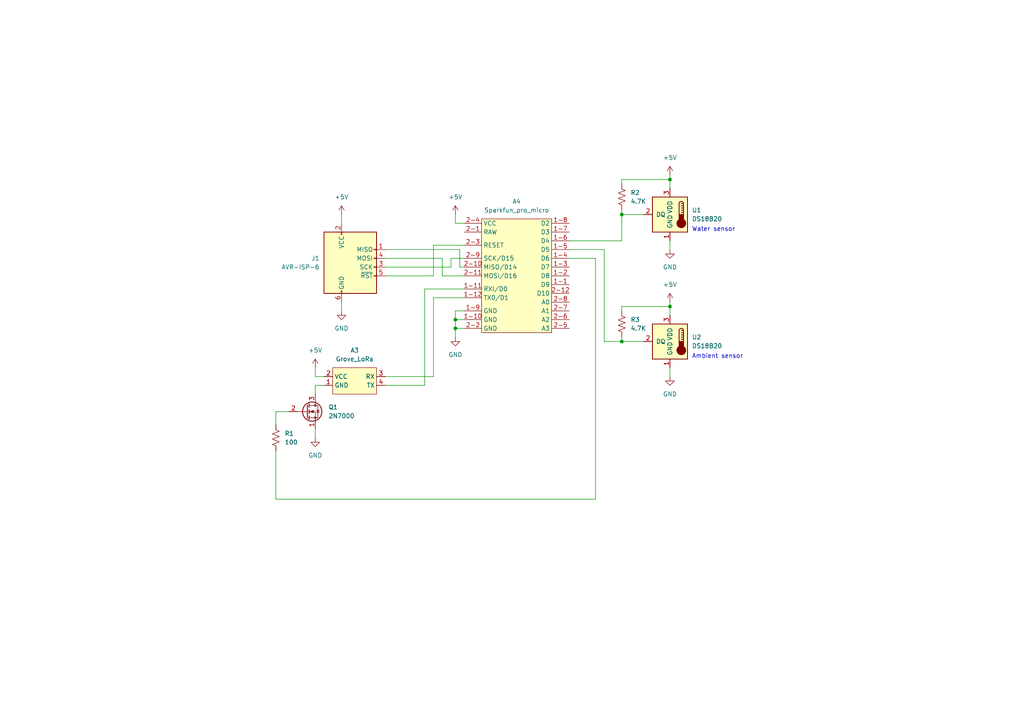
<source format=kicad_sch>
(kicad_sch (version 20211123) (generator eeschema)

  (uuid b734ca2c-2926-4d5b-a0ab-2268ff198a01)

  (paper "A4")

  (lib_symbols
    (symbol "Connector:AVR-ISP-6" (pin_names (offset 1.016)) (in_bom yes) (on_board yes)
      (property "Reference" "J" (id 0) (at -6.35 11.43 0)
        (effects (font (size 1.27 1.27)) (justify left))
      )
      (property "Value" "AVR-ISP-6" (id 1) (at 0 11.43 0)
        (effects (font (size 1.27 1.27)) (justify left))
      )
      (property "Footprint" "" (id 2) (at -6.35 1.27 90)
        (effects (font (size 1.27 1.27)) hide)
      )
      (property "Datasheet" " ~" (id 3) (at -32.385 -13.97 0)
        (effects (font (size 1.27 1.27)) hide)
      )
      (property "ki_keywords" "AVR ISP Connector" (id 4) (at 0 0 0)
        (effects (font (size 1.27 1.27)) hide)
      )
      (property "ki_description" "Atmel 6-pin ISP connector" (id 5) (at 0 0 0)
        (effects (font (size 1.27 1.27)) hide)
      )
      (property "ki_fp_filters" "IDC?Header*2x03* Pin?Header*2x03*" (id 6) (at 0 0 0)
        (effects (font (size 1.27 1.27)) hide)
      )
      (symbol "AVR-ISP-6_0_1"
        (rectangle (start -2.667 -6.858) (end -2.413 -7.62)
          (stroke (width 0) (type default) (color 0 0 0 0))
          (fill (type none))
        )
        (rectangle (start -2.667 10.16) (end -2.413 9.398)
          (stroke (width 0) (type default) (color 0 0 0 0))
          (fill (type none))
        )
        (rectangle (start 7.62 -2.413) (end 6.858 -2.667)
          (stroke (width 0) (type default) (color 0 0 0 0))
          (fill (type none))
        )
        (rectangle (start 7.62 0.127) (end 6.858 -0.127)
          (stroke (width 0) (type default) (color 0 0 0 0))
          (fill (type none))
        )
        (rectangle (start 7.62 2.667) (end 6.858 2.413)
          (stroke (width 0) (type default) (color 0 0 0 0))
          (fill (type none))
        )
        (rectangle (start 7.62 5.207) (end 6.858 4.953)
          (stroke (width 0) (type default) (color 0 0 0 0))
          (fill (type none))
        )
        (rectangle (start 7.62 10.16) (end -7.62 -7.62)
          (stroke (width 0.254) (type default) (color 0 0 0 0))
          (fill (type background))
        )
      )
      (symbol "AVR-ISP-6_1_1"
        (pin passive line (at 10.16 5.08 180) (length 2.54)
          (name "MISO" (effects (font (size 1.27 1.27))))
          (number "1" (effects (font (size 1.27 1.27))))
        )
        (pin passive line (at -2.54 12.7 270) (length 2.54)
          (name "VCC" (effects (font (size 1.27 1.27))))
          (number "2" (effects (font (size 1.27 1.27))))
        )
        (pin passive line (at 10.16 0 180) (length 2.54)
          (name "SCK" (effects (font (size 1.27 1.27))))
          (number "3" (effects (font (size 1.27 1.27))))
        )
        (pin passive line (at 10.16 2.54 180) (length 2.54)
          (name "MOSI" (effects (font (size 1.27 1.27))))
          (number "4" (effects (font (size 1.27 1.27))))
        )
        (pin passive line (at 10.16 -2.54 180) (length 2.54)
          (name "~{RST}" (effects (font (size 1.27 1.27))))
          (number "5" (effects (font (size 1.27 1.27))))
        )
        (pin passive line (at -2.54 -10.16 90) (length 2.54)
          (name "GND" (effects (font (size 1.27 1.27))))
          (number "6" (effects (font (size 1.27 1.27))))
        )
      )
    )
    (symbol "Device:R_US" (pin_numbers hide) (pin_names (offset 0)) (in_bom yes) (on_board yes)
      (property "Reference" "R" (id 0) (at 2.54 0 90)
        (effects (font (size 1.27 1.27)))
      )
      (property "Value" "R_US" (id 1) (at -2.54 0 90)
        (effects (font (size 1.27 1.27)))
      )
      (property "Footprint" "" (id 2) (at 1.016 -0.254 90)
        (effects (font (size 1.27 1.27)) hide)
      )
      (property "Datasheet" "~" (id 3) (at 0 0 0)
        (effects (font (size 1.27 1.27)) hide)
      )
      (property "ki_keywords" "R res resistor" (id 4) (at 0 0 0)
        (effects (font (size 1.27 1.27)) hide)
      )
      (property "ki_description" "Resistor, US symbol" (id 5) (at 0 0 0)
        (effects (font (size 1.27 1.27)) hide)
      )
      (property "ki_fp_filters" "R_*" (id 6) (at 0 0 0)
        (effects (font (size 1.27 1.27)) hide)
      )
      (symbol "R_US_0_1"
        (polyline
          (pts
            (xy 0 -2.286)
            (xy 0 -2.54)
          )
          (stroke (width 0) (type default) (color 0 0 0 0))
          (fill (type none))
        )
        (polyline
          (pts
            (xy 0 2.286)
            (xy 0 2.54)
          )
          (stroke (width 0) (type default) (color 0 0 0 0))
          (fill (type none))
        )
        (polyline
          (pts
            (xy 0 -0.762)
            (xy 1.016 -1.143)
            (xy 0 -1.524)
            (xy -1.016 -1.905)
            (xy 0 -2.286)
          )
          (stroke (width 0) (type default) (color 0 0 0 0))
          (fill (type none))
        )
        (polyline
          (pts
            (xy 0 0.762)
            (xy 1.016 0.381)
            (xy 0 0)
            (xy -1.016 -0.381)
            (xy 0 -0.762)
          )
          (stroke (width 0) (type default) (color 0 0 0 0))
          (fill (type none))
        )
        (polyline
          (pts
            (xy 0 2.286)
            (xy 1.016 1.905)
            (xy 0 1.524)
            (xy -1.016 1.143)
            (xy 0 0.762)
          )
          (stroke (width 0) (type default) (color 0 0 0 0))
          (fill (type none))
        )
      )
      (symbol "R_US_1_1"
        (pin passive line (at 0 3.81 270) (length 1.27)
          (name "~" (effects (font (size 1.27 1.27))))
          (number "1" (effects (font (size 1.27 1.27))))
        )
        (pin passive line (at 0 -3.81 90) (length 1.27)
          (name "~" (effects (font (size 1.27 1.27))))
          (number "2" (effects (font (size 1.27 1.27))))
        )
      )
    )
    (symbol "Sensor_Temperature:DS18B20" (pin_names (offset 1.016)) (in_bom yes) (on_board yes)
      (property "Reference" "U" (id 0) (at -3.81 6.35 0)
        (effects (font (size 1.27 1.27)))
      )
      (property "Value" "DS18B20" (id 1) (at 6.35 6.35 0)
        (effects (font (size 1.27 1.27)))
      )
      (property "Footprint" "Package_TO_SOT_THT:TO-92_Inline" (id 2) (at -25.4 -6.35 0)
        (effects (font (size 1.27 1.27)) hide)
      )
      (property "Datasheet" "http://datasheets.maximintegrated.com/en/ds/DS18B20.pdf" (id 3) (at -3.81 6.35 0)
        (effects (font (size 1.27 1.27)) hide)
      )
      (property "ki_keywords" "OneWire 1Wire Dallas Maxim" (id 4) (at 0 0 0)
        (effects (font (size 1.27 1.27)) hide)
      )
      (property "ki_description" "Programmable Resolution 1-Wire Digital Thermometer TO-92" (id 5) (at 0 0 0)
        (effects (font (size 1.27 1.27)) hide)
      )
      (property "ki_fp_filters" "TO*92*" (id 6) (at 0 0 0)
        (effects (font (size 1.27 1.27)) hide)
      )
      (symbol "DS18B20_0_1"
        (rectangle (start -5.08 5.08) (end 5.08 -5.08)
          (stroke (width 0.254) (type default) (color 0 0 0 0))
          (fill (type background))
        )
        (circle (center -3.302 -2.54) (radius 1.27)
          (stroke (width 0.254) (type default) (color 0 0 0 0))
          (fill (type outline))
        )
        (rectangle (start -2.667 -1.905) (end -3.937 0)
          (stroke (width 0.254) (type default) (color 0 0 0 0))
          (fill (type outline))
        )
        (arc (start -2.667 3.175) (mid -3.302 3.81) (end -3.937 3.175)
          (stroke (width 0.254) (type default) (color 0 0 0 0))
          (fill (type none))
        )
        (polyline
          (pts
            (xy -3.937 0.635)
            (xy -3.302 0.635)
          )
          (stroke (width 0.254) (type default) (color 0 0 0 0))
          (fill (type none))
        )
        (polyline
          (pts
            (xy -3.937 1.27)
            (xy -3.302 1.27)
          )
          (stroke (width 0.254) (type default) (color 0 0 0 0))
          (fill (type none))
        )
        (polyline
          (pts
            (xy -3.937 1.905)
            (xy -3.302 1.905)
          )
          (stroke (width 0.254) (type default) (color 0 0 0 0))
          (fill (type none))
        )
        (polyline
          (pts
            (xy -3.937 2.54)
            (xy -3.302 2.54)
          )
          (stroke (width 0.254) (type default) (color 0 0 0 0))
          (fill (type none))
        )
        (polyline
          (pts
            (xy -3.937 3.175)
            (xy -3.937 0)
          )
          (stroke (width 0.254) (type default) (color 0 0 0 0))
          (fill (type none))
        )
        (polyline
          (pts
            (xy -3.937 3.175)
            (xy -3.302 3.175)
          )
          (stroke (width 0.254) (type default) (color 0 0 0 0))
          (fill (type none))
        )
        (polyline
          (pts
            (xy -2.667 3.175)
            (xy -2.667 0)
          )
          (stroke (width 0.254) (type default) (color 0 0 0 0))
          (fill (type none))
        )
      )
      (symbol "DS18B20_1_1"
        (pin power_in line (at 0 -7.62 90) (length 2.54)
          (name "GND" (effects (font (size 1.27 1.27))))
          (number "1" (effects (font (size 1.27 1.27))))
        )
        (pin bidirectional line (at 7.62 0 180) (length 2.54)
          (name "DQ" (effects (font (size 1.27 1.27))))
          (number "2" (effects (font (size 1.27 1.27))))
        )
        (pin power_in line (at 0 7.62 270) (length 2.54)
          (name "VDD" (effects (font (size 1.27 1.27))))
          (number "3" (effects (font (size 1.27 1.27))))
        )
      )
    )
    (symbol "Transistor_FET:2N7000" (pin_names hide) (in_bom yes) (on_board yes)
      (property "Reference" "Q" (id 0) (at 5.08 1.905 0)
        (effects (font (size 1.27 1.27)) (justify left))
      )
      (property "Value" "2N7000" (id 1) (at 5.08 0 0)
        (effects (font (size 1.27 1.27)) (justify left))
      )
      (property "Footprint" "Package_TO_SOT_THT:TO-92_Inline" (id 2) (at 5.08 -1.905 0)
        (effects (font (size 1.27 1.27) italic) (justify left) hide)
      )
      (property "Datasheet" "https://www.vishay.com/docs/70226/70226.pdf" (id 3) (at 0 0 0)
        (effects (font (size 1.27 1.27)) (justify left) hide)
      )
      (property "ki_keywords" "N-Channel MOSFET Logic-Level" (id 4) (at 0 0 0)
        (effects (font (size 1.27 1.27)) hide)
      )
      (property "ki_description" "0.2A Id, 200V Vds, N-Channel MOSFET, 2.6V Logic Level, TO-92" (id 5) (at 0 0 0)
        (effects (font (size 1.27 1.27)) hide)
      )
      (property "ki_fp_filters" "TO?92*" (id 6) (at 0 0 0)
        (effects (font (size 1.27 1.27)) hide)
      )
      (symbol "2N7000_0_1"
        (polyline
          (pts
            (xy 0.254 0)
            (xy -2.54 0)
          )
          (stroke (width 0) (type default) (color 0 0 0 0))
          (fill (type none))
        )
        (polyline
          (pts
            (xy 0.254 1.905)
            (xy 0.254 -1.905)
          )
          (stroke (width 0.254) (type default) (color 0 0 0 0))
          (fill (type none))
        )
        (polyline
          (pts
            (xy 0.762 -1.27)
            (xy 0.762 -2.286)
          )
          (stroke (width 0.254) (type default) (color 0 0 0 0))
          (fill (type none))
        )
        (polyline
          (pts
            (xy 0.762 0.508)
            (xy 0.762 -0.508)
          )
          (stroke (width 0.254) (type default) (color 0 0 0 0))
          (fill (type none))
        )
        (polyline
          (pts
            (xy 0.762 2.286)
            (xy 0.762 1.27)
          )
          (stroke (width 0.254) (type default) (color 0 0 0 0))
          (fill (type none))
        )
        (polyline
          (pts
            (xy 2.54 2.54)
            (xy 2.54 1.778)
          )
          (stroke (width 0) (type default) (color 0 0 0 0))
          (fill (type none))
        )
        (polyline
          (pts
            (xy 2.54 -2.54)
            (xy 2.54 0)
            (xy 0.762 0)
          )
          (stroke (width 0) (type default) (color 0 0 0 0))
          (fill (type none))
        )
        (polyline
          (pts
            (xy 0.762 -1.778)
            (xy 3.302 -1.778)
            (xy 3.302 1.778)
            (xy 0.762 1.778)
          )
          (stroke (width 0) (type default) (color 0 0 0 0))
          (fill (type none))
        )
        (polyline
          (pts
            (xy 1.016 0)
            (xy 2.032 0.381)
            (xy 2.032 -0.381)
            (xy 1.016 0)
          )
          (stroke (width 0) (type default) (color 0 0 0 0))
          (fill (type outline))
        )
        (polyline
          (pts
            (xy 2.794 0.508)
            (xy 2.921 0.381)
            (xy 3.683 0.381)
            (xy 3.81 0.254)
          )
          (stroke (width 0) (type default) (color 0 0 0 0))
          (fill (type none))
        )
        (polyline
          (pts
            (xy 3.302 0.381)
            (xy 2.921 -0.254)
            (xy 3.683 -0.254)
            (xy 3.302 0.381)
          )
          (stroke (width 0) (type default) (color 0 0 0 0))
          (fill (type none))
        )
        (circle (center 1.651 0) (radius 2.794)
          (stroke (width 0.254) (type default) (color 0 0 0 0))
          (fill (type none))
        )
        (circle (center 2.54 -1.778) (radius 0.254)
          (stroke (width 0) (type default) (color 0 0 0 0))
          (fill (type outline))
        )
        (circle (center 2.54 1.778) (radius 0.254)
          (stroke (width 0) (type default) (color 0 0 0 0))
          (fill (type outline))
        )
      )
      (symbol "2N7000_1_1"
        (pin passive line (at 2.54 -5.08 90) (length 2.54)
          (name "S" (effects (font (size 1.27 1.27))))
          (number "1" (effects (font (size 1.27 1.27))))
        )
        (pin input line (at -5.08 0 0) (length 2.54)
          (name "G" (effects (font (size 1.27 1.27))))
          (number "2" (effects (font (size 1.27 1.27))))
        )
        (pin passive line (at 2.54 5.08 270) (length 2.54)
          (name "D" (effects (font (size 1.27 1.27))))
          (number "3" (effects (font (size 1.27 1.27))))
        )
      )
    )
    (symbol "power:+5V" (power) (pin_names (offset 0)) (in_bom yes) (on_board yes)
      (property "Reference" "#PWR" (id 0) (at 0 -3.81 0)
        (effects (font (size 1.27 1.27)) hide)
      )
      (property "Value" "+5V" (id 1) (at 0 3.556 0)
        (effects (font (size 1.27 1.27)))
      )
      (property "Footprint" "" (id 2) (at 0 0 0)
        (effects (font (size 1.27 1.27)) hide)
      )
      (property "Datasheet" "" (id 3) (at 0 0 0)
        (effects (font (size 1.27 1.27)) hide)
      )
      (property "ki_keywords" "power-flag" (id 4) (at 0 0 0)
        (effects (font (size 1.27 1.27)) hide)
      )
      (property "ki_description" "Power symbol creates a global label with name \"+5V\"" (id 5) (at 0 0 0)
        (effects (font (size 1.27 1.27)) hide)
      )
      (symbol "+5V_0_1"
        (polyline
          (pts
            (xy -0.762 1.27)
            (xy 0 2.54)
          )
          (stroke (width 0) (type default) (color 0 0 0 0))
          (fill (type none))
        )
        (polyline
          (pts
            (xy 0 0)
            (xy 0 2.54)
          )
          (stroke (width 0) (type default) (color 0 0 0 0))
          (fill (type none))
        )
        (polyline
          (pts
            (xy 0 2.54)
            (xy 0.762 1.27)
          )
          (stroke (width 0) (type default) (color 0 0 0 0))
          (fill (type none))
        )
      )
      (symbol "+5V_1_1"
        (pin power_in line (at 0 0 90) (length 0) hide
          (name "+5V" (effects (font (size 1.27 1.27))))
          (number "1" (effects (font (size 1.27 1.27))))
        )
      )
    )
    (symbol "power:GND" (power) (pin_names (offset 0)) (in_bom yes) (on_board yes)
      (property "Reference" "#PWR" (id 0) (at 0 -6.35 0)
        (effects (font (size 1.27 1.27)) hide)
      )
      (property "Value" "GND" (id 1) (at 0 -3.81 0)
        (effects (font (size 1.27 1.27)))
      )
      (property "Footprint" "" (id 2) (at 0 0 0)
        (effects (font (size 1.27 1.27)) hide)
      )
      (property "Datasheet" "" (id 3) (at 0 0 0)
        (effects (font (size 1.27 1.27)) hide)
      )
      (property "ki_keywords" "power-flag" (id 4) (at 0 0 0)
        (effects (font (size 1.27 1.27)) hide)
      )
      (property "ki_description" "Power symbol creates a global label with name \"GND\" , ground" (id 5) (at 0 0 0)
        (effects (font (size 1.27 1.27)) hide)
      )
      (symbol "GND_0_1"
        (polyline
          (pts
            (xy 0 0)
            (xy 0 -1.27)
            (xy 1.27 -1.27)
            (xy 0 -2.54)
            (xy -1.27 -1.27)
            (xy 0 -1.27)
          )
          (stroke (width 0) (type default) (color 0 0 0 0))
          (fill (type none))
        )
      )
      (symbol "GND_1_1"
        (pin power_in line (at 0 0 270) (length 0) hide
          (name "GND" (effects (font (size 1.27 1.27))))
          (number "1" (effects (font (size 1.27 1.27))))
        )
      )
    )
    (symbol "water_temp_sensor:Grove_LoRa" (in_bom yes) (on_board yes)
      (property "Reference" "A" (id 0) (at -5.08 -5.08 0)
        (effects (font (size 1.27 1.27)))
      )
      (property "Value" "Grove_LoRa" (id 1) (at -1.27 5.08 0)
        (effects (font (size 1.27 1.27)))
      )
      (property "Footprint" "" (id 2) (at 1.27 0 0)
        (effects (font (size 1.27 1.27)) hide)
      )
      (property "Datasheet" "" (id 3) (at 1.27 0 0)
        (effects (font (size 1.27 1.27)) hide)
      )
      (symbol "Grove_LoRa_0_1"
        (rectangle (start -6.35 3.81) (end 6.35 -3.81)
          (stroke (width 0) (type default) (color 0 0 0 0))
          (fill (type background))
        )
      )
      (symbol "Grove_LoRa_1_1"
        (pin power_in line (at -8.89 -1.27 0) (length 2.54)
          (name "GND" (effects (font (size 1.27 1.27))))
          (number "1" (effects (font (size 1.27 1.27))))
        )
        (pin power_in line (at -8.89 1.27 0) (length 2.54)
          (name "VCC" (effects (font (size 1.27 1.27))))
          (number "2" (effects (font (size 1.27 1.27))))
        )
        (pin bidirectional line (at 8.89 1.27 180) (length 2.54)
          (name "RX" (effects (font (size 1.27 1.27))))
          (number "3" (effects (font (size 1.27 1.27))))
        )
        (pin bidirectional line (at 8.89 -1.27 180) (length 2.54)
          (name "TX" (effects (font (size 1.27 1.27))))
          (number "4" (effects (font (size 1.27 1.27))))
        )
      )
    )
    (symbol "water_temp_sensor:Sparkfun_pro_micro" (in_bom yes) (on_board yes)
      (property "Reference" "A" (id 0) (at -6.35 -17.78 0)
        (effects (font (size 1.27 1.27)))
      )
      (property "Value" "Sparkfun_pro_micro" (id 1) (at 1.27 17.78 0)
        (effects (font (size 1.27 1.27)))
      )
      (property "Footprint" "" (id 2) (at 0 13.97 0)
        (effects (font (size 1.27 1.27)) hide)
      )
      (property "Datasheet" "" (id 3) (at 0 13.97 0)
        (effects (font (size 1.27 1.27)) hide)
      )
      (symbol "Sparkfun_pro_micro_0_1"
        (rectangle (start -10.16 16.51) (end 10.16 -16.51)
          (stroke (width 0) (type default) (color 0 0 0 0))
          (fill (type background))
        )
      )
      (symbol "Sparkfun_pro_micro_1_1"
        (pin bidirectional line (at 15.24 -2.54 180) (length 5.08)
          (name "D9" (effects (font (size 1.27 1.27))))
          (number "1-1" (effects (font (size 1.27 1.27))))
        )
        (pin power_in line (at -15.24 -12.7 0) (length 5.08)
          (name "GND" (effects (font (size 1.27 1.27))))
          (number "1-10" (effects (font (size 1.27 1.27))))
        )
        (pin bidirectional line (at -15.24 -3.81 0) (length 5.08)
          (name "RXI/D0" (effects (font (size 1.27 1.27))))
          (number "1-11" (effects (font (size 1.27 1.27))))
        )
        (pin bidirectional line (at -15.24 -6.35 0) (length 5.08)
          (name "TX0/D1" (effects (font (size 1.27 1.27))))
          (number "1-12" (effects (font (size 1.27 1.27))))
        )
        (pin bidirectional line (at 15.24 0 180) (length 5.08)
          (name "D8" (effects (font (size 1.27 1.27))))
          (number "1-2" (effects (font (size 1.27 1.27))))
        )
        (pin bidirectional line (at 15.24 2.54 180) (length 5.08)
          (name "D7" (effects (font (size 1.27 1.27))))
          (number "1-3" (effects (font (size 1.27 1.27))))
        )
        (pin bidirectional line (at 15.24 5.08 180) (length 5.08)
          (name "D6" (effects (font (size 1.27 1.27))))
          (number "1-4" (effects (font (size 1.27 1.27))))
        )
        (pin bidirectional line (at 15.24 7.62 180) (length 5.08)
          (name "D5" (effects (font (size 1.27 1.27))))
          (number "1-5" (effects (font (size 1.27 1.27))))
        )
        (pin bidirectional line (at 15.24 10.16 180) (length 5.08)
          (name "D4" (effects (font (size 1.27 1.27))))
          (number "1-6" (effects (font (size 1.27 1.27))))
        )
        (pin bidirectional line (at 15.24 12.7 180) (length 5.08)
          (name "D3" (effects (font (size 1.27 1.27))))
          (number "1-7" (effects (font (size 1.27 1.27))))
        )
        (pin bidirectional line (at 15.24 15.24 180) (length 5.08)
          (name "D2" (effects (font (size 1.27 1.27))))
          (number "1-8" (effects (font (size 1.27 1.27))))
        )
        (pin power_in line (at -15.24 -10.16 0) (length 5.08)
          (name "GND" (effects (font (size 1.27 1.27))))
          (number "1-9" (effects (font (size 1.27 1.27))))
        )
        (pin power_in line (at -15.24 12.7 0) (length 5.08)
          (name "RAW" (effects (font (size 1.27 1.27))))
          (number "2-1" (effects (font (size 1.27 1.27))))
        )
        (pin bidirectional line (at -15.24 2.54 0) (length 5.08)
          (name "MISO/D14" (effects (font (size 1.27 1.27))))
          (number "2-10" (effects (font (size 1.27 1.27))))
        )
        (pin bidirectional line (at -15.24 0 0) (length 5.08)
          (name "MOSI/D16" (effects (font (size 1.27 1.27))))
          (number "2-11" (effects (font (size 1.27 1.27))))
        )
        (pin bidirectional line (at 15.24 -5.08 180) (length 5.08)
          (name "D10" (effects (font (size 1.27 1.27))))
          (number "2-12" (effects (font (size 1.27 1.27))))
        )
        (pin power_in line (at -15.24 -15.24 0) (length 5.08)
          (name "GND" (effects (font (size 1.27 1.27))))
          (number "2-2" (effects (font (size 1.27 1.27))))
        )
        (pin bidirectional line (at -15.24 8.89 0) (length 5.08)
          (name "RESET" (effects (font (size 1.27 1.27))))
          (number "2-3" (effects (font (size 1.27 1.27))))
        )
        (pin power_in line (at -15.24 15.24 0) (length 5.08)
          (name "VCC" (effects (font (size 1.27 1.27))))
          (number "2-4" (effects (font (size 1.27 1.27))))
        )
        (pin bidirectional line (at 15.24 -15.24 180) (length 5.08)
          (name "A3" (effects (font (size 1.27 1.27))))
          (number "2-5" (effects (font (size 1.27 1.27))))
        )
        (pin bidirectional line (at 15.24 -12.7 180) (length 5.08)
          (name "A2" (effects (font (size 1.27 1.27))))
          (number "2-6" (effects (font (size 1.27 1.27))))
        )
        (pin bidirectional line (at 15.24 -10.16 180) (length 5.08)
          (name "A1" (effects (font (size 1.27 1.27))))
          (number "2-7" (effects (font (size 1.27 1.27))))
        )
        (pin bidirectional line (at 15.24 -7.62 180) (length 5.08)
          (name "A0" (effects (font (size 1.27 1.27))))
          (number "2-8" (effects (font (size 1.27 1.27))))
        )
        (pin bidirectional line (at -15.24 5.08 0) (length 5.08)
          (name "SCK/D15" (effects (font (size 1.27 1.27))))
          (number "2-9" (effects (font (size 1.27 1.27))))
        )
      )
    )
  )

  (junction (at 194.31 88.9) (diameter 0) (color 0 0 0 0)
    (uuid 28474efb-421c-40fa-946f-a1c5b989af5a)
  )
  (junction (at 194.31 52.07) (diameter 0) (color 0 0 0 0)
    (uuid 3a15e9f1-1425-47be-9ed0-1058ed674607)
  )
  (junction (at 180.34 62.23) (diameter 0) (color 0 0 0 0)
    (uuid 408c700a-b331-4920-9131-1d5953a73d5a)
  )
  (junction (at 180.34 99.06) (diameter 0) (color 0 0 0 0)
    (uuid 59140d77-4f98-41d1-8622-66b0322937e4)
  )
  (junction (at 132.08 95.25) (diameter 0) (color 0 0 0 0)
    (uuid 5fbb377a-c3f1-4a32-9a99-31f4f18cee41)
  )
  (junction (at 132.08 92.71) (diameter 0) (color 0 0 0 0)
    (uuid 82514ed0-16ef-4af0-82c7-6d677d42e3cd)
  )

  (wire (pts (xy 123.19 83.82) (xy 134.62 83.82))
    (stroke (width 0) (type default) (color 0 0 0 0))
    (uuid 03693b84-b647-4b36-8c25-dc0e02e7f27f)
  )
  (wire (pts (xy 128.27 80.01) (xy 134.62 80.01))
    (stroke (width 0) (type default) (color 0 0 0 0))
    (uuid 0d6017c0-820e-4493-ad68-10c3e8d67547)
  )
  (wire (pts (xy 132.08 95.25) (xy 134.62 95.25))
    (stroke (width 0) (type default) (color 0 0 0 0))
    (uuid 10a4b2a4-9fc0-425f-bbc2-eb1c85d54731)
  )
  (wire (pts (xy 93.98 111.76) (xy 91.44 111.76))
    (stroke (width 0) (type default) (color 0 0 0 0))
    (uuid 1d557c0f-4057-47cf-8244-5e0f17578ded)
  )
  (wire (pts (xy 91.44 124.46) (xy 91.44 127))
    (stroke (width 0) (type default) (color 0 0 0 0))
    (uuid 1e8e9c1c-a18a-49a7-82b6-535e35f4780b)
  )
  (wire (pts (xy 194.31 52.07) (xy 194.31 54.61))
    (stroke (width 0) (type default) (color 0 0 0 0))
    (uuid 1faf2ef7-1112-420a-9af8-380cf90f2822)
  )
  (wire (pts (xy 180.34 99.06) (xy 186.69 99.06))
    (stroke (width 0) (type default) (color 0 0 0 0))
    (uuid 22adc45c-1e0d-41f5-aaf9-bf45ab2f9029)
  )
  (wire (pts (xy 132.08 62.23) (xy 132.08 64.77))
    (stroke (width 0) (type default) (color 0 0 0 0))
    (uuid 26c38f37-57fd-4050-93a9-f2270154b3dd)
  )
  (wire (pts (xy 125.73 86.36) (xy 134.62 86.36))
    (stroke (width 0) (type default) (color 0 0 0 0))
    (uuid 2a2bb05e-836d-49f3-bafd-9631784c1d3c)
  )
  (wire (pts (xy 165.1 69.85) (xy 180.34 69.85))
    (stroke (width 0) (type default) (color 0 0 0 0))
    (uuid 2b7cb10f-a7c1-4eed-9ad8-01e00138bfcc)
  )
  (wire (pts (xy 99.06 87.63) (xy 99.06 90.17))
    (stroke (width 0) (type default) (color 0 0 0 0))
    (uuid 2cce9624-800b-469c-a9b1-3ea004a37ff2)
  )
  (wire (pts (xy 111.76 72.39) (xy 133.35 72.39))
    (stroke (width 0) (type default) (color 0 0 0 0))
    (uuid 301d689e-243f-45d1-ab77-8e286eb7390a)
  )
  (wire (pts (xy 194.31 106.68) (xy 194.31 109.22))
    (stroke (width 0) (type default) (color 0 0 0 0))
    (uuid 30b050f3-b1ed-4633-85c7-3e580335d080)
  )
  (wire (pts (xy 132.08 64.77) (xy 134.62 64.77))
    (stroke (width 0) (type default) (color 0 0 0 0))
    (uuid 363bc0af-3d62-4af5-8d9c-23f79e9b07db)
  )
  (wire (pts (xy 180.34 62.23) (xy 180.34 69.85))
    (stroke (width 0) (type default) (color 0 0 0 0))
    (uuid 3fc1bafc-8308-4399-9e72-e4f95690bcf7)
  )
  (wire (pts (xy 194.31 87.63) (xy 194.31 88.9))
    (stroke (width 0) (type default) (color 0 0 0 0))
    (uuid 3feed786-c24d-4337-9eb8-d8e8049a4f0f)
  )
  (wire (pts (xy 133.35 72.39) (xy 133.35 77.47))
    (stroke (width 0) (type default) (color 0 0 0 0))
    (uuid 414ce15b-b1b9-4818-b810-5270bb29ad81)
  )
  (wire (pts (xy 111.76 74.93) (xy 128.27 74.93))
    (stroke (width 0) (type default) (color 0 0 0 0))
    (uuid 441b7327-f8b9-4324-ac0d-09b7df036e98)
  )
  (wire (pts (xy 180.34 90.17) (xy 180.34 88.9))
    (stroke (width 0) (type default) (color 0 0 0 0))
    (uuid 462e3f9d-4d99-48f9-9a21-0e867e9d34f7)
  )
  (wire (pts (xy 111.76 109.22) (xy 125.73 109.22))
    (stroke (width 0) (type default) (color 0 0 0 0))
    (uuid 46ad8e47-d615-40c3-bc42-23eb7f7e01c3)
  )
  (wire (pts (xy 194.31 69.85) (xy 194.31 72.39))
    (stroke (width 0) (type default) (color 0 0 0 0))
    (uuid 46b83bcd-4ffe-4ea3-a21d-747a7ef6c728)
  )
  (wire (pts (xy 125.73 80.01) (xy 125.73 71.12))
    (stroke (width 0) (type default) (color 0 0 0 0))
    (uuid 4c0dc03e-1cce-4a90-9508-f34229c311e1)
  )
  (wire (pts (xy 128.27 74.93) (xy 128.27 80.01))
    (stroke (width 0) (type default) (color 0 0 0 0))
    (uuid 4d279992-88c1-45a2-948f-e60af698ee35)
  )
  (wire (pts (xy 111.76 80.01) (xy 125.73 80.01))
    (stroke (width 0) (type default) (color 0 0 0 0))
    (uuid 5520b4ba-4b88-4543-bb36-27b70e52126a)
  )
  (wire (pts (xy 80.01 144.78) (xy 172.72 144.78))
    (stroke (width 0) (type default) (color 0 0 0 0))
    (uuid 56566c03-4f9b-491b-bd86-29c5efb1d295)
  )
  (wire (pts (xy 123.19 111.76) (xy 111.76 111.76))
    (stroke (width 0) (type default) (color 0 0 0 0))
    (uuid 5a139943-c1ac-40f2-b428-faa0f9862150)
  )
  (wire (pts (xy 80.01 130.81) (xy 80.01 144.78))
    (stroke (width 0) (type default) (color 0 0 0 0))
    (uuid 5b9c4936-3ab2-49c5-80f3-8ee12d628412)
  )
  (wire (pts (xy 175.26 72.39) (xy 175.26 99.06))
    (stroke (width 0) (type default) (color 0 0 0 0))
    (uuid 5d9d13b6-0215-41a6-bb4f-a4d6d43e065a)
  )
  (wire (pts (xy 180.34 62.23) (xy 186.69 62.23))
    (stroke (width 0) (type default) (color 0 0 0 0))
    (uuid 62ad7384-96f3-40de-b0e9-8041c4e98a58)
  )
  (wire (pts (xy 180.34 97.79) (xy 180.34 99.06))
    (stroke (width 0) (type default) (color 0 0 0 0))
    (uuid 630ca985-75e8-46d9-84e5-4ed50ea4a98d)
  )
  (wire (pts (xy 180.34 52.07) (xy 194.31 52.07))
    (stroke (width 0) (type default) (color 0 0 0 0))
    (uuid 684d13f4-bb05-4338-a68c-2ba1ac37033f)
  )
  (wire (pts (xy 194.31 50.8) (xy 194.31 52.07))
    (stroke (width 0) (type default) (color 0 0 0 0))
    (uuid 6b9bc51e-0b5c-44b2-bc08-329af6be71aa)
  )
  (wire (pts (xy 80.01 123.19) (xy 80.01 119.38))
    (stroke (width 0) (type default) (color 0 0 0 0))
    (uuid 730a3081-67b7-4bba-b603-c1a000358a03)
  )
  (wire (pts (xy 111.76 77.47) (xy 130.81 77.47))
    (stroke (width 0) (type default) (color 0 0 0 0))
    (uuid 73334e01-ab00-427d-9f9b-62de23d8218d)
  )
  (wire (pts (xy 91.44 111.76) (xy 91.44 114.3))
    (stroke (width 0) (type default) (color 0 0 0 0))
    (uuid 74807d60-038f-40d0-84ba-59a850bf53ee)
  )
  (wire (pts (xy 180.34 88.9) (xy 194.31 88.9))
    (stroke (width 0) (type default) (color 0 0 0 0))
    (uuid 7aa2d436-560d-45d1-9a17-1c186e8dbe20)
  )
  (wire (pts (xy 125.73 71.12) (xy 134.62 71.12))
    (stroke (width 0) (type default) (color 0 0 0 0))
    (uuid 7bd8a7dd-d9ab-445b-9984-dd6094eafd3e)
  )
  (wire (pts (xy 123.19 83.82) (xy 123.19 111.76))
    (stroke (width 0) (type default) (color 0 0 0 0))
    (uuid 7f9c2025-919b-4bcf-812f-452261ee3270)
  )
  (wire (pts (xy 132.08 92.71) (xy 132.08 95.25))
    (stroke (width 0) (type default) (color 0 0 0 0))
    (uuid 821a40ff-8595-4a88-b1b4-fc02d765ae3a)
  )
  (wire (pts (xy 91.44 106.68) (xy 91.44 109.22))
    (stroke (width 0) (type default) (color 0 0 0 0))
    (uuid 8a1c3f61-da5b-408b-a5e9-c8dc985a0961)
  )
  (wire (pts (xy 172.72 74.93) (xy 165.1 74.93))
    (stroke (width 0) (type default) (color 0 0 0 0))
    (uuid 8b4acc5f-169c-4449-8025-46a4ba90738f)
  )
  (wire (pts (xy 194.31 88.9) (xy 194.31 91.44))
    (stroke (width 0) (type default) (color 0 0 0 0))
    (uuid 9664faee-dea9-430e-94df-ea6fe634c2e8)
  )
  (wire (pts (xy 130.81 74.93) (xy 130.81 77.47))
    (stroke (width 0) (type default) (color 0 0 0 0))
    (uuid 9a31f0be-df62-4208-a7af-fec6830cd896)
  )
  (wire (pts (xy 132.08 90.17) (xy 132.08 92.71))
    (stroke (width 0) (type default) (color 0 0 0 0))
    (uuid 9e7fee19-cfe1-4357-bf70-ebdbae60a61d)
  )
  (wire (pts (xy 99.06 62.23) (xy 99.06 64.77))
    (stroke (width 0) (type default) (color 0 0 0 0))
    (uuid b432088d-018b-465c-94de-4d8bbc9d275e)
  )
  (wire (pts (xy 180.34 60.96) (xy 180.34 62.23))
    (stroke (width 0) (type default) (color 0 0 0 0))
    (uuid b81b8ec8-38ec-4a7a-b0c2-d7e96a174b4b)
  )
  (wire (pts (xy 132.08 90.17) (xy 134.62 90.17))
    (stroke (width 0) (type default) (color 0 0 0 0))
    (uuid bc80cd96-b21e-4286-9e90-0bb3637842d1)
  )
  (wire (pts (xy 175.26 99.06) (xy 180.34 99.06))
    (stroke (width 0) (type default) (color 0 0 0 0))
    (uuid d179e89b-47e3-4077-b6e7-8bc3ab30a883)
  )
  (wire (pts (xy 130.81 74.93) (xy 134.62 74.93))
    (stroke (width 0) (type default) (color 0 0 0 0))
    (uuid d2ece79e-d861-44c2-b4af-cd228d192968)
  )
  (wire (pts (xy 80.01 119.38) (xy 83.82 119.38))
    (stroke (width 0) (type default) (color 0 0 0 0))
    (uuid dc3034b2-b1a8-405f-be61-77d91a986acc)
  )
  (wire (pts (xy 165.1 72.39) (xy 175.26 72.39))
    (stroke (width 0) (type default) (color 0 0 0 0))
    (uuid e051d0d7-40d9-4c78-ac0e-f08baf37bfb4)
  )
  (wire (pts (xy 132.08 95.25) (xy 132.08 97.79))
    (stroke (width 0) (type default) (color 0 0 0 0))
    (uuid e2cfbf02-e178-4124-903f-79024419f127)
  )
  (wire (pts (xy 91.44 109.22) (xy 93.98 109.22))
    (stroke (width 0) (type default) (color 0 0 0 0))
    (uuid e2f68fd3-e881-45c5-a628-3c2f4c7bd129)
  )
  (wire (pts (xy 180.34 53.34) (xy 180.34 52.07))
    (stroke (width 0) (type default) (color 0 0 0 0))
    (uuid e4dec8fa-5aaa-41c4-b921-a0b9099a5d18)
  )
  (wire (pts (xy 132.08 92.71) (xy 134.62 92.71))
    (stroke (width 0) (type default) (color 0 0 0 0))
    (uuid e88c2873-c209-4053-b569-92391e7ad1ca)
  )
  (wire (pts (xy 133.35 77.47) (xy 134.62 77.47))
    (stroke (width 0) (type default) (color 0 0 0 0))
    (uuid f6e7b8b8-734b-48dc-a317-6e8fe2ff97ef)
  )
  (wire (pts (xy 172.72 144.78) (xy 172.72 74.93))
    (stroke (width 0) (type default) (color 0 0 0 0))
    (uuid f7ec9dd4-858d-4e73-b2e4-088a5235b619)
  )
  (wire (pts (xy 125.73 109.22) (xy 125.73 86.36))
    (stroke (width 0) (type default) (color 0 0 0 0))
    (uuid f91777c2-7413-49b5-a4de-da7dff3d9e5a)
  )

  (text "Water sensor" (at 200.66 67.31 0)
    (effects (font (size 1.27 1.27)) (justify left bottom))
    (uuid 41103eb4-c028-4baf-b5aa-13d8b5ed19e7)
  )
  (text "Ambient sensor" (at 200.66 104.14 0)
    (effects (font (size 1.27 1.27)) (justify left bottom))
    (uuid ad95cbc5-0fc3-40b3-96c2-311335ee1695)
  )

  (symbol (lib_id "Device:R_US") (at 180.34 57.15 0) (unit 1)
    (in_bom yes) (on_board yes) (fields_autoplaced)
    (uuid 0d577f38-871c-488b-8bf3-af11f1a005b9)
    (property "Reference" "R2" (id 0) (at 182.88 55.8799 0)
      (effects (font (size 1.27 1.27)) (justify left))
    )
    (property "Value" "4.7K" (id 1) (at 182.88 58.4199 0)
      (effects (font (size 1.27 1.27)) (justify left))
    )
    (property "Footprint" "" (id 2) (at 181.356 57.404 90)
      (effects (font (size 1.27 1.27)) hide)
    )
    (property "Datasheet" "~" (id 3) (at 180.34 57.15 0)
      (effects (font (size 1.27 1.27)) hide)
    )
    (pin "1" (uuid 9413d091-1a90-4bcd-8e2a-a8ce09685adf))
    (pin "2" (uuid 1abf47aa-4783-4a23-89f6-02bf1cabe39e))
  )

  (symbol (lib_id "power:GND") (at 194.31 72.39 0) (unit 1)
    (in_bom yes) (on_board yes) (fields_autoplaced)
    (uuid 0ecba259-90be-4775-b881-c25ccd7935ee)
    (property "Reference" "#PWR012" (id 0) (at 194.31 78.74 0)
      (effects (font (size 1.27 1.27)) hide)
    )
    (property "Value" "GND" (id 1) (at 194.31 77.47 0))
    (property "Footprint" "" (id 2) (at 194.31 72.39 0)
      (effects (font (size 1.27 1.27)) hide)
    )
    (property "Datasheet" "" (id 3) (at 194.31 72.39 0)
      (effects (font (size 1.27 1.27)) hide)
    )
    (pin "1" (uuid a746b723-75c0-40fb-8464-9042b8de0f76))
  )

  (symbol (lib_id "Device:R_US") (at 180.34 93.98 0) (unit 1)
    (in_bom yes) (on_board yes) (fields_autoplaced)
    (uuid 1233497a-8a41-4552-888b-2341f8c808fe)
    (property "Reference" "R3" (id 0) (at 182.88 92.7099 0)
      (effects (font (size 1.27 1.27)) (justify left))
    )
    (property "Value" "4.7K" (id 1) (at 182.88 95.2499 0)
      (effects (font (size 1.27 1.27)) (justify left))
    )
    (property "Footprint" "" (id 2) (at 181.356 94.234 90)
      (effects (font (size 1.27 1.27)) hide)
    )
    (property "Datasheet" "~" (id 3) (at 180.34 93.98 0)
      (effects (font (size 1.27 1.27)) hide)
    )
    (pin "1" (uuid c3c948ed-0267-42f1-8f42-ca1578b28ca5))
    (pin "2" (uuid f47d4fcb-eff1-4c6c-9dfe-109981928e60))
  )

  (symbol (lib_id "power:+5V") (at 91.44 106.68 0) (unit 1)
    (in_bom yes) (on_board yes) (fields_autoplaced)
    (uuid 1a1373e5-0444-45a9-af6d-285d5af7c039)
    (property "Reference" "#PWR05" (id 0) (at 91.44 110.49 0)
      (effects (font (size 1.27 1.27)) hide)
    )
    (property "Value" "+5V" (id 1) (at 91.44 101.6 0))
    (property "Footprint" "" (id 2) (at 91.44 106.68 0)
      (effects (font (size 1.27 1.27)) hide)
    )
    (property "Datasheet" "" (id 3) (at 91.44 106.68 0)
      (effects (font (size 1.27 1.27)) hide)
    )
    (pin "1" (uuid 4a27a792-7931-4ca4-9d97-219f5037a26c))
  )

  (symbol (lib_id "power:+5V") (at 132.08 62.23 0) (unit 1)
    (in_bom yes) (on_board yes) (fields_autoplaced)
    (uuid 229bcdd6-d247-435c-93ad-7a6eb4b85c09)
    (property "Reference" "#PWR09" (id 0) (at 132.08 66.04 0)
      (effects (font (size 1.27 1.27)) hide)
    )
    (property "Value" "+5V" (id 1) (at 132.08 57.15 0))
    (property "Footprint" "" (id 2) (at 132.08 62.23 0)
      (effects (font (size 1.27 1.27)) hide)
    )
    (property "Datasheet" "" (id 3) (at 132.08 62.23 0)
      (effects (font (size 1.27 1.27)) hide)
    )
    (pin "1" (uuid f76b3523-7d8b-4b0b-9512-65ce28d35338))
  )

  (symbol (lib_id "power:GND") (at 91.44 127 0) (unit 1)
    (in_bom yes) (on_board yes) (fields_autoplaced)
    (uuid 31cdad12-7dd8-43e4-b6af-d248905f3fb8)
    (property "Reference" "#PWR06" (id 0) (at 91.44 133.35 0)
      (effects (font (size 1.27 1.27)) hide)
    )
    (property "Value" "GND" (id 1) (at 91.44 132.08 0))
    (property "Footprint" "" (id 2) (at 91.44 127 0)
      (effects (font (size 1.27 1.27)) hide)
    )
    (property "Datasheet" "" (id 3) (at 91.44 127 0)
      (effects (font (size 1.27 1.27)) hide)
    )
    (pin "1" (uuid 6edeb9c5-2999-4ac6-9c35-cca6086ee36f))
  )

  (symbol (lib_id "water_temp_sensor:Grove_LoRa") (at 102.87 110.49 0) (unit 1)
    (in_bom yes) (on_board yes) (fields_autoplaced)
    (uuid 40ab9cac-c73d-4996-a5f8-89d5f59447d5)
    (property "Reference" "A3" (id 0) (at 102.87 101.6 0))
    (property "Value" "Grove_LoRa" (id 1) (at 102.87 104.14 0))
    (property "Footprint" "" (id 2) (at 104.14 110.49 0)
      (effects (font (size 1.27 1.27)) hide)
    )
    (property "Datasheet" "" (id 3) (at 104.14 110.49 0)
      (effects (font (size 1.27 1.27)) hide)
    )
    (pin "1" (uuid 0522b7a1-877c-4f3d-816d-1c831cac35bf))
    (pin "2" (uuid 47e90349-25c9-4d0f-bcb0-d938d8a12588))
    (pin "3" (uuid 46e1ceeb-07cd-4694-a6fc-e6b74fac2326))
    (pin "4" (uuid f133964d-0611-4938-956d-b91b36046c2c))
  )

  (symbol (lib_id "power:+5V") (at 99.06 62.23 0) (unit 1)
    (in_bom yes) (on_board yes) (fields_autoplaced)
    (uuid 5b59e178-c934-4255-9a98-e3e5c7f9aed3)
    (property "Reference" "#PWR07" (id 0) (at 99.06 66.04 0)
      (effects (font (size 1.27 1.27)) hide)
    )
    (property "Value" "+5V" (id 1) (at 99.06 57.15 0))
    (property "Footprint" "" (id 2) (at 99.06 62.23 0)
      (effects (font (size 1.27 1.27)) hide)
    )
    (property "Datasheet" "" (id 3) (at 99.06 62.23 0)
      (effects (font (size 1.27 1.27)) hide)
    )
    (pin "1" (uuid 53db3ca6-572f-4d7c-8ec2-acfb3a8a1dbd))
  )

  (symbol (lib_id "power:GND") (at 194.31 109.22 0) (unit 1)
    (in_bom yes) (on_board yes) (fields_autoplaced)
    (uuid 5e7d944a-0f15-4254-bbd3-1a697bc0ce8d)
    (property "Reference" "#PWR014" (id 0) (at 194.31 115.57 0)
      (effects (font (size 1.27 1.27)) hide)
    )
    (property "Value" "GND" (id 1) (at 194.31 114.3 0))
    (property "Footprint" "" (id 2) (at 194.31 109.22 0)
      (effects (font (size 1.27 1.27)) hide)
    )
    (property "Datasheet" "" (id 3) (at 194.31 109.22 0)
      (effects (font (size 1.27 1.27)) hide)
    )
    (pin "1" (uuid 6dbc5006-cc92-41c1-87a4-255bb87a7365))
  )

  (symbol (lib_id "power:+5V") (at 194.31 87.63 0) (unit 1)
    (in_bom yes) (on_board yes)
    (uuid 66d2e667-a69e-4254-b36a-cf9bb66f3b53)
    (property "Reference" "#PWR013" (id 0) (at 194.31 91.44 0)
      (effects (font (size 1.27 1.27)) hide)
    )
    (property "Value" "+5V" (id 1) (at 194.31 82.55 0))
    (property "Footprint" "" (id 2) (at 194.31 87.63 0)
      (effects (font (size 1.27 1.27)) hide)
    )
    (property "Datasheet" "" (id 3) (at 194.31 87.63 0)
      (effects (font (size 1.27 1.27)) hide)
    )
    (pin "1" (uuid 16874444-7ad3-4d29-8eb0-ab8c620ef1d5))
  )

  (symbol (lib_id "Device:R_US") (at 80.01 127 0) (unit 1)
    (in_bom yes) (on_board yes) (fields_autoplaced)
    (uuid 6b05ce80-4596-4d1a-a522-cdc9dbb63363)
    (property "Reference" "R1" (id 0) (at 82.55 125.7299 0)
      (effects (font (size 1.27 1.27)) (justify left))
    )
    (property "Value" "100" (id 1) (at 82.55 128.2699 0)
      (effects (font (size 1.27 1.27)) (justify left))
    )
    (property "Footprint" "" (id 2) (at 81.026 127.254 90)
      (effects (font (size 1.27 1.27)) hide)
    )
    (property "Datasheet" "~" (id 3) (at 80.01 127 0)
      (effects (font (size 1.27 1.27)) hide)
    )
    (pin "1" (uuid d7158891-abab-412c-91d3-a0efbcdb8339))
    (pin "2" (uuid 42abe27b-edc3-4545-ac64-a98b90a464b7))
  )

  (symbol (lib_id "Transistor_FET:2N7000") (at 88.9 119.38 0) (unit 1)
    (in_bom yes) (on_board yes) (fields_autoplaced)
    (uuid 730418a0-a956-4ff6-9076-a1497bf0bb59)
    (property "Reference" "Q1" (id 0) (at 95.25 118.1099 0)
      (effects (font (size 1.27 1.27)) (justify left))
    )
    (property "Value" "2N7000" (id 1) (at 95.25 120.6499 0)
      (effects (font (size 1.27 1.27)) (justify left))
    )
    (property "Footprint" "Package_TO_SOT_THT:TO-92_Inline" (id 2) (at 93.98 121.285 0)
      (effects (font (size 1.27 1.27) italic) (justify left) hide)
    )
    (property "Datasheet" "https://www.vishay.com/docs/70226/70226.pdf" (id 3) (at 88.9 119.38 0)
      (effects (font (size 1.27 1.27)) (justify left) hide)
    )
    (pin "1" (uuid c61cda35-c53a-49d0-a39b-10970f73bb93))
    (pin "2" (uuid 594664ab-1a09-404b-b709-5aecacadf9c9))
    (pin "3" (uuid 58e76a6e-5eba-44eb-8816-9e28d4ef1370))
  )

  (symbol (lib_id "power:GND") (at 132.08 97.79 0) (unit 1)
    (in_bom yes) (on_board yes) (fields_autoplaced)
    (uuid 7aa39e21-f771-4ee5-9574-5b96f92dab4a)
    (property "Reference" "#PWR010" (id 0) (at 132.08 104.14 0)
      (effects (font (size 1.27 1.27)) hide)
    )
    (property "Value" "GND" (id 1) (at 132.08 102.87 0))
    (property "Footprint" "" (id 2) (at 132.08 97.79 0)
      (effects (font (size 1.27 1.27)) hide)
    )
    (property "Datasheet" "" (id 3) (at 132.08 97.79 0)
      (effects (font (size 1.27 1.27)) hide)
    )
    (pin "1" (uuid 32da97d1-f43d-40e4-bb02-5e9f4c9a6101))
  )

  (symbol (lib_id "power:GND") (at 99.06 90.17 0) (unit 1)
    (in_bom yes) (on_board yes) (fields_autoplaced)
    (uuid 8dfe1bb7-ed29-40af-a715-10b8674f7212)
    (property "Reference" "#PWR08" (id 0) (at 99.06 96.52 0)
      (effects (font (size 1.27 1.27)) hide)
    )
    (property "Value" "GND" (id 1) (at 99.06 95.25 0))
    (property "Footprint" "" (id 2) (at 99.06 90.17 0)
      (effects (font (size 1.27 1.27)) hide)
    )
    (property "Datasheet" "" (id 3) (at 99.06 90.17 0)
      (effects (font (size 1.27 1.27)) hide)
    )
    (pin "1" (uuid 8d8418a0-464b-4277-945a-d02413b42e79))
  )

  (symbol (lib_id "Connector:AVR-ISP-6") (at 101.6 77.47 0) (unit 1)
    (in_bom yes) (on_board yes) (fields_autoplaced)
    (uuid 909eb1b8-a130-4b14-bb56-11192b413ce7)
    (property "Reference" "J1" (id 0) (at 92.71 74.9299 0)
      (effects (font (size 1.27 1.27)) (justify right))
    )
    (property "Value" "AVR-ISP-6" (id 1) (at 92.71 77.4699 0)
      (effects (font (size 1.27 1.27)) (justify right))
    )
    (property "Footprint" "" (id 2) (at 95.25 76.2 90)
      (effects (font (size 1.27 1.27)) hide)
    )
    (property "Datasheet" " ~" (id 3) (at 69.215 91.44 0)
      (effects (font (size 1.27 1.27)) hide)
    )
    (pin "1" (uuid e83a861d-b214-4a0a-ac02-e20ded31425d))
    (pin "2" (uuid c8760e8f-6eb9-4885-8c89-23f5178f50ed))
    (pin "3" (uuid b5220b76-c34b-4485-a5bb-cda3c24e6162))
    (pin "4" (uuid ae7bd3b8-3484-48dc-a01c-cd373f35d724))
    (pin "5" (uuid b30893bc-a3e7-4583-85d8-5e2a8ee92050))
    (pin "6" (uuid e728f002-c65a-4d52-8864-62e871f66440))
  )

  (symbol (lib_id "water_temp_sensor:Sparkfun_pro_micro") (at 149.86 80.01 0) (unit 1)
    (in_bom yes) (on_board yes) (fields_autoplaced)
    (uuid 9ea5caa0-ed7e-4404-872a-68bba4cf248e)
    (property "Reference" "A4" (id 0) (at 149.86 58.42 0))
    (property "Value" "Sparkfun_pro_micro" (id 1) (at 149.86 60.96 0))
    (property "Footprint" "" (id 2) (at 149.86 66.04 0)
      (effects (font (size 1.27 1.27)) hide)
    )
    (property "Datasheet" "" (id 3) (at 149.86 66.04 0)
      (effects (font (size 1.27 1.27)) hide)
    )
    (pin "1-1" (uuid 075e7423-a343-456e-918d-7a2a28ab02ab))
    (pin "1-10" (uuid a217fb95-2b67-4c04-808c-7296a7cd0442))
    (pin "1-11" (uuid 7719eecc-ad69-461a-9af6-191a928399fe))
    (pin "1-12" (uuid 40997887-b983-4db8-8be4-44d2174a5958))
    (pin "1-2" (uuid 19dc405c-dad9-4bbc-a1e3-11b303895a92))
    (pin "1-3" (uuid 9ddeb3d9-9e67-4134-872a-d8c6948732b0))
    (pin "1-4" (uuid 43b9e844-90b0-4877-99cb-bacf9f1e45bb))
    (pin "1-5" (uuid 619bc1ba-a701-4366-b7e2-dc891e0031c3))
    (pin "1-6" (uuid a2f99748-6a82-4948-aa9c-dc1f1af16dc5))
    (pin "1-7" (uuid 606b040f-8f08-4ef1-abc1-1184b89ec644))
    (pin "1-8" (uuid 0eb0822d-27e3-4bda-a956-5fc439bf6c5a))
    (pin "1-9" (uuid 337ac65c-1924-41e0-b59f-9126da7c35aa))
    (pin "2-1" (uuid 7719e93a-5f6f-4795-bcb7-4ff1f4c2d389))
    (pin "2-10" (uuid c9d91d65-0f76-47b5-ac12-f83dfa915e39))
    (pin "2-11" (uuid 2c81f97f-73d5-4020-8719-e027764ccfac))
    (pin "2-12" (uuid 66c7489f-e82c-4348-ab61-8f70da1e47cc))
    (pin "2-2" (uuid d2cd4847-c1a8-41f3-8e86-71e066ee57c6))
    (pin "2-3" (uuid f99d3643-dae4-488e-8d26-9b4c5e858a95))
    (pin "2-4" (uuid 1531de22-e8de-41a4-8276-a021a2337dad))
    (pin "2-5" (uuid 765ce1c4-1810-462c-8b59-f72e4d2c779c))
    (pin "2-6" (uuid f391c46c-a950-4ab3-92b3-f661b49f1594))
    (pin "2-7" (uuid efd64b11-6cee-46a1-90df-07f66ed797e9))
    (pin "2-8" (uuid 7ee054f7-da65-40ed-ae14-7fea5557395d))
    (pin "2-9" (uuid 3af9a293-8fcd-4563-8c0e-46c33371ad50))
  )

  (symbol (lib_id "Sensor_Temperature:DS18B20") (at 194.31 99.06 0) (mirror y) (unit 1)
    (in_bom yes) (on_board yes) (fields_autoplaced)
    (uuid b90cbd9e-ce1f-49b2-a58b-f57141aa53e2)
    (property "Reference" "U2" (id 0) (at 200.66 97.7899 0)
      (effects (font (size 1.27 1.27)) (justify right))
    )
    (property "Value" "DS18B20" (id 1) (at 200.66 100.3299 0)
      (effects (font (size 1.27 1.27)) (justify right))
    )
    (property "Footprint" "Package_TO_SOT_THT:TO-92_Inline" (id 2) (at 219.71 105.41 0)
      (effects (font (size 1.27 1.27)) hide)
    )
    (property "Datasheet" "http://datasheets.maximintegrated.com/en/ds/DS18B20.pdf" (id 3) (at 198.12 92.71 0)
      (effects (font (size 1.27 1.27)) hide)
    )
    (pin "1" (uuid 598150dd-ffa8-4b77-a562-fc4c9526cdb8))
    (pin "2" (uuid a09fab19-a9dc-49cb-b73f-57e48252b645))
    (pin "3" (uuid dfdec1ba-6e6d-4297-8a1c-e4c8cd82e6ac))
  )

  (symbol (lib_id "power:+5V") (at 194.31 50.8 0) (unit 1)
    (in_bom yes) (on_board yes) (fields_autoplaced)
    (uuid d72d3b29-5f94-403f-a565-5c102b30008a)
    (property "Reference" "#PWR011" (id 0) (at 194.31 54.61 0)
      (effects (font (size 1.27 1.27)) hide)
    )
    (property "Value" "+5V" (id 1) (at 194.31 45.72 0))
    (property "Footprint" "" (id 2) (at 194.31 50.8 0)
      (effects (font (size 1.27 1.27)) hide)
    )
    (property "Datasheet" "" (id 3) (at 194.31 50.8 0)
      (effects (font (size 1.27 1.27)) hide)
    )
    (pin "1" (uuid 7906a1de-d241-4423-b2d6-6c6a6fea1af4))
  )

  (symbol (lib_id "Sensor_Temperature:DS18B20") (at 194.31 62.23 0) (mirror y) (unit 1)
    (in_bom yes) (on_board yes) (fields_autoplaced)
    (uuid e095c2e2-ab67-4ea5-a819-d32046289b44)
    (property "Reference" "U1" (id 0) (at 200.66 60.9599 0)
      (effects (font (size 1.27 1.27)) (justify right))
    )
    (property "Value" "DS18B20" (id 1) (at 200.66 63.4999 0)
      (effects (font (size 1.27 1.27)) (justify right))
    )
    (property "Footprint" "Package_TO_SOT_THT:TO-92_Inline" (id 2) (at 219.71 68.58 0)
      (effects (font (size 1.27 1.27)) hide)
    )
    (property "Datasheet" "http://datasheets.maximintegrated.com/en/ds/DS18B20.pdf" (id 3) (at 198.12 55.88 0)
      (effects (font (size 1.27 1.27)) hide)
    )
    (pin "1" (uuid fbbcbe3c-6986-4e4a-b76d-79f6ad395e06))
    (pin "2" (uuid da4c5042-430d-4bd4-9982-e9f703c3036c))
    (pin "3" (uuid 7953daa2-a0c6-4825-920f-727a15c25f95))
  )
)

</source>
